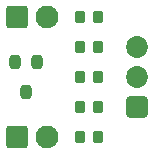
<source format=gts>
G04 Layer_Color=8388736*
%FSLAX25Y25*%
%MOIN*%
G70*
G01*
G75*
G04:AMPARAMS|DCode=18|XSize=33.59mil|YSize=41.47mil|CornerRadius=7.2mil|HoleSize=0mil|Usage=FLASHONLY|Rotation=180.000|XOffset=0mil|YOffset=0mil|HoleType=Round|Shape=RoundedRectangle|*
%AMROUNDEDRECTD18*
21,1,0.03359,0.02707,0,0,180.0*
21,1,0.01919,0.04147,0,0,180.0*
1,1,0.01440,-0.00960,0.01353*
1,1,0.01440,0.00960,0.01353*
1,1,0.01440,0.00960,-0.01353*
1,1,0.01440,-0.00960,-0.01353*
%
%ADD18ROUNDEDRECTD18*%
G04:AMPARAMS|DCode=19|XSize=39.5mil|YSize=46.19mil|CornerRadius=11.87mil|HoleSize=0mil|Usage=FLASHONLY|Rotation=0.000|XOffset=0mil|YOffset=0mil|HoleType=Round|Shape=RoundedRectangle|*
%AMROUNDEDRECTD19*
21,1,0.03950,0.02244,0,0,0.0*
21,1,0.01575,0.04619,0,0,0.0*
1,1,0.02375,0.00787,-0.01122*
1,1,0.02375,-0.00787,-0.01122*
1,1,0.02375,-0.00787,0.01122*
1,1,0.02375,0.00787,0.01122*
%
%ADD19ROUNDEDRECTD19*%
%ADD20C,0.07300*%
G04:AMPARAMS|DCode=21|XSize=73mil|YSize=73mil|CornerRadius=13.75mil|HoleSize=0mil|Usage=FLASHONLY|Rotation=0.000|XOffset=0mil|YOffset=0mil|HoleType=Round|Shape=RoundedRectangle|*
%AMROUNDEDRECTD21*
21,1,0.07300,0.04550,0,0,0.0*
21,1,0.04550,0.07300,0,0,0.0*
1,1,0.02750,0.02275,-0.02275*
1,1,0.02750,-0.02275,-0.02275*
1,1,0.02750,-0.02275,0.02275*
1,1,0.02750,0.02275,0.02275*
%
%ADD21ROUNDEDRECTD21*%
%ADD22C,0.07600*%
G04:AMPARAMS|DCode=23|XSize=76mil|YSize=76mil|CornerRadius=14.2mil|HoleSize=0mil|Usage=FLASHONLY|Rotation=270.000|XOffset=0mil|YOffset=0mil|HoleType=Round|Shape=RoundedRectangle|*
%AMROUNDEDRECTD23*
21,1,0.07600,0.04760,0,0,270.0*
21,1,0.04760,0.07600,0,0,270.0*
1,1,0.02840,-0.02380,-0.02380*
1,1,0.02840,-0.02380,0.02380*
1,1,0.02840,0.02380,0.02380*
1,1,0.02840,0.02380,-0.02380*
%
%ADD23ROUNDEDRECTD23*%
D18*
X136953Y110000D02*
D03*
X131047D02*
D03*
Y120000D02*
D03*
X136953D02*
D03*
X131047Y130000D02*
D03*
X136953D02*
D03*
Y140000D02*
D03*
X131047D02*
D03*
Y150000D02*
D03*
X136953D02*
D03*
D19*
X113000Y124882D02*
D03*
X109260Y135118D02*
D03*
X116740D02*
D03*
D20*
X150000Y140000D02*
D03*
Y130000D02*
D03*
D21*
Y120000D02*
D03*
D22*
X120000Y110000D02*
D03*
Y150000D02*
D03*
D23*
X110000Y110000D02*
D03*
Y150000D02*
D03*
M02*

</source>
